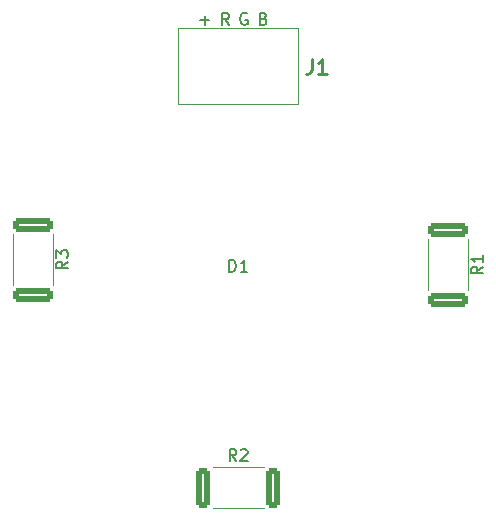
<source format=gbr>
%TF.GenerationSoftware,KiCad,Pcbnew,(7.0.0)*%
%TF.CreationDate,2023-02-25T11:53:05+01:00*%
%TF.ProjectId,rgb-spot-10w,7267622d-7370-46f7-942d-3130772e6b69,rev?*%
%TF.SameCoordinates,Original*%
%TF.FileFunction,Legend,Top*%
%TF.FilePolarity,Positive*%
%FSLAX46Y46*%
G04 Gerber Fmt 4.6, Leading zero omitted, Abs format (unit mm)*
G04 Created by KiCad (PCBNEW (7.0.0)) date 2023-02-25 11:53:05*
%MOMM*%
%LPD*%
G01*
G04 APERTURE LIST*
G04 Aperture macros list*
%AMRoundRect*
0 Rectangle with rounded corners*
0 $1 Rounding radius*
0 $2 $3 $4 $5 $6 $7 $8 $9 X,Y pos of 4 corners*
0 Add a 4 corners polygon primitive as box body*
4,1,4,$2,$3,$4,$5,$6,$7,$8,$9,$2,$3,0*
0 Add four circle primitives for the rounded corners*
1,1,$1+$1,$2,$3*
1,1,$1+$1,$4,$5*
1,1,$1+$1,$6,$7*
1,1,$1+$1,$8,$9*
0 Add four rect primitives between the rounded corners*
20,1,$1+$1,$2,$3,$4,$5,0*
20,1,$1+$1,$4,$5,$6,$7,0*
20,1,$1+$1,$6,$7,$8,$9,0*
20,1,$1+$1,$8,$9,$2,$3,0*%
G04 Aperture macros list end*
%ADD10C,0.150000*%
%ADD11C,0.254000*%
%ADD12C,0.120000*%
%ADD13C,0.100000*%
%ADD14RoundRect,0.250000X-1.425000X0.362500X-1.425000X-0.362500X1.425000X-0.362500X1.425000X0.362500X0*%
%ADD15C,1.300000*%
%ADD16C,1.950000*%
%ADD17RoundRect,0.250000X-0.362500X-1.425000X0.362500X-1.425000X0.362500X1.425000X-0.362500X1.425000X0*%
G04 APERTURE END LIST*
D10*
X139738095Y-71161428D02*
X140500000Y-71161428D01*
X140119047Y-71542380D02*
X140119047Y-70780476D01*
X142147618Y-71542380D02*
X141814285Y-71066190D01*
X141576190Y-71542380D02*
X141576190Y-70542380D01*
X141576190Y-70542380D02*
X141957142Y-70542380D01*
X141957142Y-70542380D02*
X142052380Y-70590000D01*
X142052380Y-70590000D02*
X142099999Y-70637619D01*
X142099999Y-70637619D02*
X142147618Y-70732857D01*
X142147618Y-70732857D02*
X142147618Y-70875714D01*
X142147618Y-70875714D02*
X142099999Y-70970952D01*
X142099999Y-70970952D02*
X142052380Y-71018571D01*
X142052380Y-71018571D02*
X141957142Y-71066190D01*
X141957142Y-71066190D02*
X141576190Y-71066190D01*
X143699999Y-70590000D02*
X143604761Y-70542380D01*
X143604761Y-70542380D02*
X143461904Y-70542380D01*
X143461904Y-70542380D02*
X143319047Y-70590000D01*
X143319047Y-70590000D02*
X143223809Y-70685238D01*
X143223809Y-70685238D02*
X143176190Y-70780476D01*
X143176190Y-70780476D02*
X143128571Y-70970952D01*
X143128571Y-70970952D02*
X143128571Y-71113809D01*
X143128571Y-71113809D02*
X143176190Y-71304285D01*
X143176190Y-71304285D02*
X143223809Y-71399523D01*
X143223809Y-71399523D02*
X143319047Y-71494761D01*
X143319047Y-71494761D02*
X143461904Y-71542380D01*
X143461904Y-71542380D02*
X143557142Y-71542380D01*
X143557142Y-71542380D02*
X143699999Y-71494761D01*
X143699999Y-71494761D02*
X143747618Y-71447142D01*
X143747618Y-71447142D02*
X143747618Y-71113809D01*
X143747618Y-71113809D02*
X143557142Y-71113809D01*
X145109523Y-71018571D02*
X145252380Y-71066190D01*
X145252380Y-71066190D02*
X145299999Y-71113809D01*
X145299999Y-71113809D02*
X145347618Y-71209047D01*
X145347618Y-71209047D02*
X145347618Y-71351904D01*
X145347618Y-71351904D02*
X145299999Y-71447142D01*
X145299999Y-71447142D02*
X145252380Y-71494761D01*
X145252380Y-71494761D02*
X145157142Y-71542380D01*
X145157142Y-71542380D02*
X144776190Y-71542380D01*
X144776190Y-71542380D02*
X144776190Y-70542380D01*
X144776190Y-70542380D02*
X145109523Y-70542380D01*
X145109523Y-70542380D02*
X145204761Y-70590000D01*
X145204761Y-70590000D02*
X145252380Y-70637619D01*
X145252380Y-70637619D02*
X145299999Y-70732857D01*
X145299999Y-70732857D02*
X145299999Y-70828095D01*
X145299999Y-70828095D02*
X145252380Y-70923333D01*
X145252380Y-70923333D02*
X145204761Y-70970952D01*
X145204761Y-70970952D02*
X145109523Y-71018571D01*
X145109523Y-71018571D02*
X144776190Y-71018571D01*
%TO.C,R1*%
X163687380Y-92029166D02*
X163211190Y-92362499D01*
X163687380Y-92600594D02*
X162687380Y-92600594D01*
X162687380Y-92600594D02*
X162687380Y-92219642D01*
X162687380Y-92219642D02*
X162735000Y-92124404D01*
X162735000Y-92124404D02*
X162782619Y-92076785D01*
X162782619Y-92076785D02*
X162877857Y-92029166D01*
X162877857Y-92029166D02*
X163020714Y-92029166D01*
X163020714Y-92029166D02*
X163115952Y-92076785D01*
X163115952Y-92076785D02*
X163163571Y-92124404D01*
X163163571Y-92124404D02*
X163211190Y-92219642D01*
X163211190Y-92219642D02*
X163211190Y-92600594D01*
X163687380Y-91076785D02*
X163687380Y-91648213D01*
X163687380Y-91362499D02*
X162687380Y-91362499D01*
X162687380Y-91362499D02*
X162830238Y-91457737D01*
X162830238Y-91457737D02*
X162925476Y-91552975D01*
X162925476Y-91552975D02*
X162973095Y-91648213D01*
%TO.C,R3*%
X128547380Y-91606666D02*
X128071190Y-91939999D01*
X128547380Y-92178094D02*
X127547380Y-92178094D01*
X127547380Y-92178094D02*
X127547380Y-91797142D01*
X127547380Y-91797142D02*
X127595000Y-91701904D01*
X127595000Y-91701904D02*
X127642619Y-91654285D01*
X127642619Y-91654285D02*
X127737857Y-91606666D01*
X127737857Y-91606666D02*
X127880714Y-91606666D01*
X127880714Y-91606666D02*
X127975952Y-91654285D01*
X127975952Y-91654285D02*
X128023571Y-91701904D01*
X128023571Y-91701904D02*
X128071190Y-91797142D01*
X128071190Y-91797142D02*
X128071190Y-92178094D01*
X127547380Y-91273332D02*
X127547380Y-90654285D01*
X127547380Y-90654285D02*
X127928333Y-90987618D01*
X127928333Y-90987618D02*
X127928333Y-90844761D01*
X127928333Y-90844761D02*
X127975952Y-90749523D01*
X127975952Y-90749523D02*
X128023571Y-90701904D01*
X128023571Y-90701904D02*
X128118809Y-90654285D01*
X128118809Y-90654285D02*
X128356904Y-90654285D01*
X128356904Y-90654285D02*
X128452142Y-90701904D01*
X128452142Y-90701904D02*
X128499761Y-90749523D01*
X128499761Y-90749523D02*
X128547380Y-90844761D01*
X128547380Y-90844761D02*
X128547380Y-91130475D01*
X128547380Y-91130475D02*
X128499761Y-91225713D01*
X128499761Y-91225713D02*
X128452142Y-91273332D01*
D11*
%TO.C,J1*%
X149176667Y-74406573D02*
X149176667Y-75313716D01*
X149176667Y-75313716D02*
X149116190Y-75495145D01*
X149116190Y-75495145D02*
X148995238Y-75616097D01*
X148995238Y-75616097D02*
X148813809Y-75676573D01*
X148813809Y-75676573D02*
X148692857Y-75676573D01*
X150446667Y-75676573D02*
X149720952Y-75676573D01*
X150083809Y-75676573D02*
X150083809Y-74406573D01*
X150083809Y-74406573D02*
X149962857Y-74588002D01*
X149962857Y-74588002D02*
X149841905Y-74708954D01*
X149841905Y-74708954D02*
X149720952Y-74769430D01*
D10*
%TO.C,D1*%
X142201905Y-92457380D02*
X142201905Y-91457380D01*
X142201905Y-91457380D02*
X142440000Y-91457380D01*
X142440000Y-91457380D02*
X142582857Y-91505000D01*
X142582857Y-91505000D02*
X142678095Y-91600238D01*
X142678095Y-91600238D02*
X142725714Y-91695476D01*
X142725714Y-91695476D02*
X142773333Y-91885952D01*
X142773333Y-91885952D02*
X142773333Y-92028809D01*
X142773333Y-92028809D02*
X142725714Y-92219285D01*
X142725714Y-92219285D02*
X142678095Y-92314523D01*
X142678095Y-92314523D02*
X142582857Y-92409761D01*
X142582857Y-92409761D02*
X142440000Y-92457380D01*
X142440000Y-92457380D02*
X142201905Y-92457380D01*
X143725714Y-92457380D02*
X143154286Y-92457380D01*
X143440000Y-92457380D02*
X143440000Y-91457380D01*
X143440000Y-91457380D02*
X143344762Y-91600238D01*
X143344762Y-91600238D02*
X143249524Y-91695476D01*
X143249524Y-91695476D02*
X143154286Y-91743095D01*
%TO.C,R2*%
X142793333Y-108487380D02*
X142460000Y-108011190D01*
X142221905Y-108487380D02*
X142221905Y-107487380D01*
X142221905Y-107487380D02*
X142602857Y-107487380D01*
X142602857Y-107487380D02*
X142698095Y-107535000D01*
X142698095Y-107535000D02*
X142745714Y-107582619D01*
X142745714Y-107582619D02*
X142793333Y-107677857D01*
X142793333Y-107677857D02*
X142793333Y-107820714D01*
X142793333Y-107820714D02*
X142745714Y-107915952D01*
X142745714Y-107915952D02*
X142698095Y-107963571D01*
X142698095Y-107963571D02*
X142602857Y-108011190D01*
X142602857Y-108011190D02*
X142221905Y-108011190D01*
X143174286Y-107582619D02*
X143221905Y-107535000D01*
X143221905Y-107535000D02*
X143317143Y-107487380D01*
X143317143Y-107487380D02*
X143555238Y-107487380D01*
X143555238Y-107487380D02*
X143650476Y-107535000D01*
X143650476Y-107535000D02*
X143698095Y-107582619D01*
X143698095Y-107582619D02*
X143745714Y-107677857D01*
X143745714Y-107677857D02*
X143745714Y-107773095D01*
X143745714Y-107773095D02*
X143698095Y-107915952D01*
X143698095Y-107915952D02*
X143126667Y-108487380D01*
X143126667Y-108487380D02*
X143745714Y-108487380D01*
D12*
%TO.C,R1*%
X162410000Y-89685436D02*
X162410000Y-94039564D01*
X158990000Y-89685436D02*
X158990000Y-94039564D01*
%TO.C,R3*%
X127270000Y-89262936D02*
X127270000Y-93617064D01*
X123850000Y-89262936D02*
X123850000Y-93617064D01*
D13*
%TO.C,J1*%
X148000000Y-78295000D02*
X142920000Y-78295000D01*
X148000000Y-71795000D02*
X148000000Y-78295000D01*
X145460000Y-78285000D02*
X140380000Y-78285000D01*
X142920000Y-78295000D02*
X137840000Y-78295000D01*
X142920000Y-71795000D02*
X148000000Y-71795000D01*
X140380000Y-71785000D02*
X145460000Y-71785000D01*
X137840000Y-78295000D02*
X137840000Y-71795000D01*
X137840000Y-71795000D02*
X142920000Y-71795000D01*
D12*
%TO.C,R2*%
X140782936Y-109030000D02*
X145137064Y-109030000D01*
X140782936Y-112450000D02*
X145137064Y-112450000D01*
%TD*%
%LPC*%
D14*
%TO.C,R1*%
X160700000Y-88900000D03*
X160700000Y-94825000D03*
%TD*%
%TO.C,R3*%
X125560000Y-88477500D03*
X125560000Y-94402500D03*
%TD*%
D15*
%TO.C,J1*%
X146730000Y-72655000D03*
X144190000Y-72655000D03*
X141650000Y-72645000D03*
X139110000Y-72655000D03*
D16*
X146730000Y-75195000D03*
X144190000Y-75185000D03*
X141650000Y-75195000D03*
X139110000Y-75195000D03*
%TD*%
D17*
%TO.C,R2*%
X139997500Y-110740000D03*
X145922500Y-110740000D03*
%TD*%
M02*

</source>
